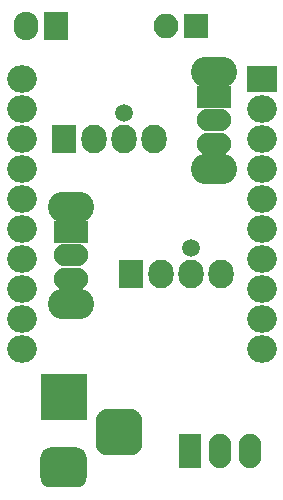
<source format=gbr>
G04 #@! TF.GenerationSoftware,KiCad,Pcbnew,5.0.0*
G04 #@! TF.CreationDate,2018-11-28T10:21:33-08:00*
G04 #@! TF.ProjectId,fanpower,66616E706F7765722E6B696361645F70,rev?*
G04 #@! TF.SameCoordinates,Original*
G04 #@! TF.FileFunction,Soldermask,Bot*
G04 #@! TF.FilePolarity,Negative*
%FSLAX46Y46*%
G04 Gerber Fmt 4.6, Leading zero omitted, Abs format (unit mm)*
G04 Created by KiCad (PCBNEW 5.0.0) date Wed Nov 28 10:21:33 2018*
%MOMM*%
%LPD*%
G01*
G04 APERTURE LIST*
%ADD10R,2.100000X2.400000*%
%ADD11O,2.100000X2.400000*%
%ADD12R,2.500000X2.300000*%
%ADD13O,2.500000X2.300000*%
%ADD14R,3.900000X3.900000*%
%ADD15C,0.100000*%
%ADD16C,3.400000*%
%ADD17C,3.900000*%
%ADD18R,2.100000X2.100000*%
%ADD19O,2.100000X2.100000*%
%ADD20C,1.500000*%
%ADD21O,2.130000X2.430000*%
%ADD22R,2.130000X2.430000*%
%ADD23O,3.900000X2.600000*%
%ADD24O,2.900000X1.900000*%
%ADD25R,2.900000X1.900000*%
%ADD26R,1.900000X2.900000*%
%ADD27O,1.900000X2.900000*%
G04 APERTURE END LIST*
D10*
G04 #@! TO.C,FLOW1*
X192405000Y-86995000D03*
D11*
X189905000Y-86995000D03*
G04 #@! TD*
D12*
G04 #@! TO.C,A1*
X209804000Y-91440000D03*
D13*
X189484000Y-91440000D03*
X209804000Y-93980000D03*
X189484000Y-93980000D03*
X209804000Y-96520000D03*
X189484000Y-96520000D03*
X209804000Y-99060000D03*
X189484000Y-99060000D03*
X209804000Y-101600000D03*
X189484000Y-101600000D03*
X209804000Y-104140000D03*
X189484000Y-104140000D03*
X209804000Y-106680000D03*
X189484000Y-106680000D03*
X209804000Y-109220000D03*
X189484000Y-109220000D03*
X209804000Y-111760000D03*
X189484000Y-111760000D03*
X209804000Y-114300000D03*
X189484000Y-114300000D03*
G04 #@! TD*
D14*
G04 #@! TO.C,J2*
X193040000Y-118364000D03*
D15*
G36*
X194223315Y-122668093D02*
X194305827Y-122680333D01*
X194386742Y-122700601D01*
X194465281Y-122728702D01*
X194540687Y-122764367D01*
X194612235Y-122807251D01*
X194679234Y-122856941D01*
X194741041Y-122912959D01*
X194797059Y-122974766D01*
X194846749Y-123041765D01*
X194889633Y-123113313D01*
X194925298Y-123188719D01*
X194953399Y-123267258D01*
X194973667Y-123348173D01*
X194985907Y-123430685D01*
X194990000Y-123514000D01*
X194990000Y-125214000D01*
X194985907Y-125297315D01*
X194973667Y-125379827D01*
X194953399Y-125460742D01*
X194925298Y-125539281D01*
X194889633Y-125614687D01*
X194846749Y-125686235D01*
X194797059Y-125753234D01*
X194741041Y-125815041D01*
X194679234Y-125871059D01*
X194612235Y-125920749D01*
X194540687Y-125963633D01*
X194465281Y-125999298D01*
X194386742Y-126027399D01*
X194305827Y-126047667D01*
X194223315Y-126059907D01*
X194140000Y-126064000D01*
X191940000Y-126064000D01*
X191856685Y-126059907D01*
X191774173Y-126047667D01*
X191693258Y-126027399D01*
X191614719Y-125999298D01*
X191539313Y-125963633D01*
X191467765Y-125920749D01*
X191400766Y-125871059D01*
X191338959Y-125815041D01*
X191282941Y-125753234D01*
X191233251Y-125686235D01*
X191190367Y-125614687D01*
X191154702Y-125539281D01*
X191126601Y-125460742D01*
X191106333Y-125379827D01*
X191094093Y-125297315D01*
X191090000Y-125214000D01*
X191090000Y-123514000D01*
X191094093Y-123430685D01*
X191106333Y-123348173D01*
X191126601Y-123267258D01*
X191154702Y-123188719D01*
X191190367Y-123113313D01*
X191233251Y-123041765D01*
X191282941Y-122974766D01*
X191338959Y-122912959D01*
X191400766Y-122856941D01*
X191467765Y-122807251D01*
X191539313Y-122764367D01*
X191614719Y-122728702D01*
X191693258Y-122700601D01*
X191774173Y-122680333D01*
X191856685Y-122668093D01*
X191940000Y-122664000D01*
X194140000Y-122664000D01*
X194223315Y-122668093D01*
X194223315Y-122668093D01*
G37*
D16*
X193040000Y-124364000D03*
D15*
G36*
X198810567Y-119418695D02*
X198905213Y-119432734D01*
X198998028Y-119455983D01*
X199088116Y-119488217D01*
X199174612Y-119529127D01*
X199256681Y-119578317D01*
X199333533Y-119635315D01*
X199404429Y-119699571D01*
X199468685Y-119770467D01*
X199525683Y-119847319D01*
X199574873Y-119929388D01*
X199615783Y-120015884D01*
X199648017Y-120105972D01*
X199671266Y-120198787D01*
X199685305Y-120293433D01*
X199690000Y-120389000D01*
X199690000Y-122339000D01*
X199685305Y-122434567D01*
X199671266Y-122529213D01*
X199648017Y-122622028D01*
X199615783Y-122712116D01*
X199574873Y-122798612D01*
X199525683Y-122880681D01*
X199468685Y-122957533D01*
X199404429Y-123028429D01*
X199333533Y-123092685D01*
X199256681Y-123149683D01*
X199174612Y-123198873D01*
X199088116Y-123239783D01*
X198998028Y-123272017D01*
X198905213Y-123295266D01*
X198810567Y-123309305D01*
X198715000Y-123314000D01*
X196765000Y-123314000D01*
X196669433Y-123309305D01*
X196574787Y-123295266D01*
X196481972Y-123272017D01*
X196391884Y-123239783D01*
X196305388Y-123198873D01*
X196223319Y-123149683D01*
X196146467Y-123092685D01*
X196075571Y-123028429D01*
X196011315Y-122957533D01*
X195954317Y-122880681D01*
X195905127Y-122798612D01*
X195864217Y-122712116D01*
X195831983Y-122622028D01*
X195808734Y-122529213D01*
X195794695Y-122434567D01*
X195790000Y-122339000D01*
X195790000Y-120389000D01*
X195794695Y-120293433D01*
X195808734Y-120198787D01*
X195831983Y-120105972D01*
X195864217Y-120015884D01*
X195905127Y-119929388D01*
X195954317Y-119847319D01*
X196011315Y-119770467D01*
X196075571Y-119699571D01*
X196146467Y-119635315D01*
X196223319Y-119578317D01*
X196305388Y-119529127D01*
X196391884Y-119488217D01*
X196481972Y-119455983D01*
X196574787Y-119432734D01*
X196669433Y-119418695D01*
X196765000Y-119414000D01*
X198715000Y-119414000D01*
X198810567Y-119418695D01*
X198810567Y-119418695D01*
G37*
D17*
X197740000Y-121364000D03*
G04 #@! TD*
D18*
G04 #@! TO.C,NTC1*
X204216000Y-86995000D03*
D19*
X201676000Y-86995000D03*
G04 #@! TD*
D20*
G04 #@! TO.C,FAN1*
X198120000Y-94360000D03*
D21*
X200660000Y-96520000D03*
X198120000Y-96520000D03*
X195580000Y-96520000D03*
D22*
X193040000Y-96520000D03*
G04 #@! TD*
G04 #@! TO.C,FAN2*
X198755000Y-107950000D03*
D21*
X201295000Y-107950000D03*
X203835000Y-107950000D03*
X206375000Y-107950000D03*
D20*
X203835000Y-105790000D03*
G04 #@! TD*
D23*
G04 #@! TO.C,SW1*
X205740000Y-99060000D03*
X205740000Y-90860000D03*
D24*
X205740000Y-96960000D03*
X205740000Y-94960000D03*
D25*
X205740000Y-92960000D03*
G04 #@! TD*
G04 #@! TO.C,SW2*
X193675000Y-104390000D03*
D24*
X193675000Y-106390000D03*
X193675000Y-108390000D03*
D23*
X193675000Y-102290000D03*
X193675000Y-110490000D03*
G04 #@! TD*
D26*
G04 #@! TO.C,U1*
X203708000Y-122936000D03*
D27*
X206248000Y-122936000D03*
X208788000Y-122936000D03*
G04 #@! TD*
M02*

</source>
